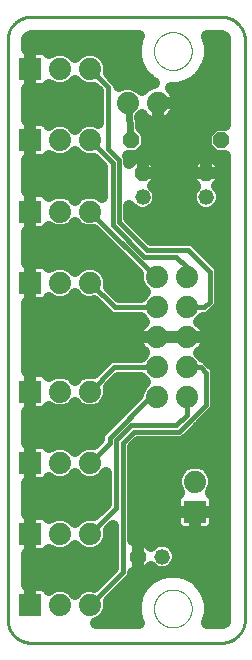
<source format=gtl>
G75*
%MOIN*%
%OFA0B0*%
%FSLAX25Y25*%
%IPPOS*%
%LPD*%
%AMOC8*
5,1,8,0,0,1.08239X$1,22.5*
%
%ADD10C,0.00000*%
%ADD11C,0.01000*%
%ADD12R,0.07400X0.07400*%
%ADD13C,0.07400*%
%ADD14OC8,0.05200*%
%ADD15C,0.05200*%
%ADD16C,0.01600*%
%ADD17C,0.04000*%
%ADD18C,0.02400*%
D10*
X0060569Y0023167D02*
X0060571Y0023325D01*
X0060577Y0023483D01*
X0060587Y0023641D01*
X0060601Y0023799D01*
X0060619Y0023956D01*
X0060640Y0024113D01*
X0060666Y0024269D01*
X0060696Y0024425D01*
X0060729Y0024580D01*
X0060767Y0024733D01*
X0060808Y0024886D01*
X0060853Y0025038D01*
X0060902Y0025189D01*
X0060955Y0025338D01*
X0061011Y0025486D01*
X0061071Y0025632D01*
X0061135Y0025777D01*
X0061203Y0025920D01*
X0061274Y0026062D01*
X0061348Y0026202D01*
X0061426Y0026339D01*
X0061508Y0026475D01*
X0061592Y0026609D01*
X0061681Y0026740D01*
X0061772Y0026869D01*
X0061867Y0026996D01*
X0061964Y0027121D01*
X0062065Y0027243D01*
X0062169Y0027362D01*
X0062276Y0027479D01*
X0062386Y0027593D01*
X0062499Y0027704D01*
X0062614Y0027813D01*
X0062732Y0027918D01*
X0062853Y0028020D01*
X0062976Y0028120D01*
X0063102Y0028216D01*
X0063230Y0028309D01*
X0063360Y0028399D01*
X0063493Y0028485D01*
X0063628Y0028569D01*
X0063764Y0028648D01*
X0063903Y0028725D01*
X0064044Y0028797D01*
X0064186Y0028867D01*
X0064330Y0028932D01*
X0064476Y0028994D01*
X0064623Y0029052D01*
X0064772Y0029107D01*
X0064922Y0029158D01*
X0065073Y0029205D01*
X0065225Y0029248D01*
X0065378Y0029287D01*
X0065533Y0029323D01*
X0065688Y0029354D01*
X0065844Y0029382D01*
X0066000Y0029406D01*
X0066157Y0029426D01*
X0066315Y0029442D01*
X0066472Y0029454D01*
X0066631Y0029462D01*
X0066789Y0029466D01*
X0066947Y0029466D01*
X0067105Y0029462D01*
X0067264Y0029454D01*
X0067421Y0029442D01*
X0067579Y0029426D01*
X0067736Y0029406D01*
X0067892Y0029382D01*
X0068048Y0029354D01*
X0068203Y0029323D01*
X0068358Y0029287D01*
X0068511Y0029248D01*
X0068663Y0029205D01*
X0068814Y0029158D01*
X0068964Y0029107D01*
X0069113Y0029052D01*
X0069260Y0028994D01*
X0069406Y0028932D01*
X0069550Y0028867D01*
X0069692Y0028797D01*
X0069833Y0028725D01*
X0069972Y0028648D01*
X0070108Y0028569D01*
X0070243Y0028485D01*
X0070376Y0028399D01*
X0070506Y0028309D01*
X0070634Y0028216D01*
X0070760Y0028120D01*
X0070883Y0028020D01*
X0071004Y0027918D01*
X0071122Y0027813D01*
X0071237Y0027704D01*
X0071350Y0027593D01*
X0071460Y0027479D01*
X0071567Y0027362D01*
X0071671Y0027243D01*
X0071772Y0027121D01*
X0071869Y0026996D01*
X0071964Y0026869D01*
X0072055Y0026740D01*
X0072144Y0026609D01*
X0072228Y0026475D01*
X0072310Y0026339D01*
X0072388Y0026202D01*
X0072462Y0026062D01*
X0072533Y0025920D01*
X0072601Y0025777D01*
X0072665Y0025632D01*
X0072725Y0025486D01*
X0072781Y0025338D01*
X0072834Y0025189D01*
X0072883Y0025038D01*
X0072928Y0024886D01*
X0072969Y0024733D01*
X0073007Y0024580D01*
X0073040Y0024425D01*
X0073070Y0024269D01*
X0073096Y0024113D01*
X0073117Y0023956D01*
X0073135Y0023799D01*
X0073149Y0023641D01*
X0073159Y0023483D01*
X0073165Y0023325D01*
X0073167Y0023167D01*
X0073165Y0023009D01*
X0073159Y0022851D01*
X0073149Y0022693D01*
X0073135Y0022535D01*
X0073117Y0022378D01*
X0073096Y0022221D01*
X0073070Y0022065D01*
X0073040Y0021909D01*
X0073007Y0021754D01*
X0072969Y0021601D01*
X0072928Y0021448D01*
X0072883Y0021296D01*
X0072834Y0021145D01*
X0072781Y0020996D01*
X0072725Y0020848D01*
X0072665Y0020702D01*
X0072601Y0020557D01*
X0072533Y0020414D01*
X0072462Y0020272D01*
X0072388Y0020132D01*
X0072310Y0019995D01*
X0072228Y0019859D01*
X0072144Y0019725D01*
X0072055Y0019594D01*
X0071964Y0019465D01*
X0071869Y0019338D01*
X0071772Y0019213D01*
X0071671Y0019091D01*
X0071567Y0018972D01*
X0071460Y0018855D01*
X0071350Y0018741D01*
X0071237Y0018630D01*
X0071122Y0018521D01*
X0071004Y0018416D01*
X0070883Y0018314D01*
X0070760Y0018214D01*
X0070634Y0018118D01*
X0070506Y0018025D01*
X0070376Y0017935D01*
X0070243Y0017849D01*
X0070108Y0017765D01*
X0069972Y0017686D01*
X0069833Y0017609D01*
X0069692Y0017537D01*
X0069550Y0017467D01*
X0069406Y0017402D01*
X0069260Y0017340D01*
X0069113Y0017282D01*
X0068964Y0017227D01*
X0068814Y0017176D01*
X0068663Y0017129D01*
X0068511Y0017086D01*
X0068358Y0017047D01*
X0068203Y0017011D01*
X0068048Y0016980D01*
X0067892Y0016952D01*
X0067736Y0016928D01*
X0067579Y0016908D01*
X0067421Y0016892D01*
X0067264Y0016880D01*
X0067105Y0016872D01*
X0066947Y0016868D01*
X0066789Y0016868D01*
X0066631Y0016872D01*
X0066472Y0016880D01*
X0066315Y0016892D01*
X0066157Y0016908D01*
X0066000Y0016928D01*
X0065844Y0016952D01*
X0065688Y0016980D01*
X0065533Y0017011D01*
X0065378Y0017047D01*
X0065225Y0017086D01*
X0065073Y0017129D01*
X0064922Y0017176D01*
X0064772Y0017227D01*
X0064623Y0017282D01*
X0064476Y0017340D01*
X0064330Y0017402D01*
X0064186Y0017467D01*
X0064044Y0017537D01*
X0063903Y0017609D01*
X0063764Y0017686D01*
X0063628Y0017765D01*
X0063493Y0017849D01*
X0063360Y0017935D01*
X0063230Y0018025D01*
X0063102Y0018118D01*
X0062976Y0018214D01*
X0062853Y0018314D01*
X0062732Y0018416D01*
X0062614Y0018521D01*
X0062499Y0018630D01*
X0062386Y0018741D01*
X0062276Y0018855D01*
X0062169Y0018972D01*
X0062065Y0019091D01*
X0061964Y0019213D01*
X0061867Y0019338D01*
X0061772Y0019465D01*
X0061681Y0019594D01*
X0061592Y0019725D01*
X0061508Y0019859D01*
X0061426Y0019995D01*
X0061348Y0020132D01*
X0061274Y0020272D01*
X0061203Y0020414D01*
X0061135Y0020557D01*
X0061071Y0020702D01*
X0061011Y0020848D01*
X0060955Y0020996D01*
X0060902Y0021145D01*
X0060853Y0021296D01*
X0060808Y0021448D01*
X0060767Y0021601D01*
X0060729Y0021754D01*
X0060696Y0021909D01*
X0060666Y0022065D01*
X0060640Y0022221D01*
X0060619Y0022378D01*
X0060601Y0022535D01*
X0060587Y0022693D01*
X0060577Y0022851D01*
X0060571Y0023009D01*
X0060569Y0023167D01*
X0060569Y0208994D02*
X0060571Y0209152D01*
X0060577Y0209310D01*
X0060587Y0209468D01*
X0060601Y0209626D01*
X0060619Y0209783D01*
X0060640Y0209940D01*
X0060666Y0210096D01*
X0060696Y0210252D01*
X0060729Y0210407D01*
X0060767Y0210560D01*
X0060808Y0210713D01*
X0060853Y0210865D01*
X0060902Y0211016D01*
X0060955Y0211165D01*
X0061011Y0211313D01*
X0061071Y0211459D01*
X0061135Y0211604D01*
X0061203Y0211747D01*
X0061274Y0211889D01*
X0061348Y0212029D01*
X0061426Y0212166D01*
X0061508Y0212302D01*
X0061592Y0212436D01*
X0061681Y0212567D01*
X0061772Y0212696D01*
X0061867Y0212823D01*
X0061964Y0212948D01*
X0062065Y0213070D01*
X0062169Y0213189D01*
X0062276Y0213306D01*
X0062386Y0213420D01*
X0062499Y0213531D01*
X0062614Y0213640D01*
X0062732Y0213745D01*
X0062853Y0213847D01*
X0062976Y0213947D01*
X0063102Y0214043D01*
X0063230Y0214136D01*
X0063360Y0214226D01*
X0063493Y0214312D01*
X0063628Y0214396D01*
X0063764Y0214475D01*
X0063903Y0214552D01*
X0064044Y0214624D01*
X0064186Y0214694D01*
X0064330Y0214759D01*
X0064476Y0214821D01*
X0064623Y0214879D01*
X0064772Y0214934D01*
X0064922Y0214985D01*
X0065073Y0215032D01*
X0065225Y0215075D01*
X0065378Y0215114D01*
X0065533Y0215150D01*
X0065688Y0215181D01*
X0065844Y0215209D01*
X0066000Y0215233D01*
X0066157Y0215253D01*
X0066315Y0215269D01*
X0066472Y0215281D01*
X0066631Y0215289D01*
X0066789Y0215293D01*
X0066947Y0215293D01*
X0067105Y0215289D01*
X0067264Y0215281D01*
X0067421Y0215269D01*
X0067579Y0215253D01*
X0067736Y0215233D01*
X0067892Y0215209D01*
X0068048Y0215181D01*
X0068203Y0215150D01*
X0068358Y0215114D01*
X0068511Y0215075D01*
X0068663Y0215032D01*
X0068814Y0214985D01*
X0068964Y0214934D01*
X0069113Y0214879D01*
X0069260Y0214821D01*
X0069406Y0214759D01*
X0069550Y0214694D01*
X0069692Y0214624D01*
X0069833Y0214552D01*
X0069972Y0214475D01*
X0070108Y0214396D01*
X0070243Y0214312D01*
X0070376Y0214226D01*
X0070506Y0214136D01*
X0070634Y0214043D01*
X0070760Y0213947D01*
X0070883Y0213847D01*
X0071004Y0213745D01*
X0071122Y0213640D01*
X0071237Y0213531D01*
X0071350Y0213420D01*
X0071460Y0213306D01*
X0071567Y0213189D01*
X0071671Y0213070D01*
X0071772Y0212948D01*
X0071869Y0212823D01*
X0071964Y0212696D01*
X0072055Y0212567D01*
X0072144Y0212436D01*
X0072228Y0212302D01*
X0072310Y0212166D01*
X0072388Y0212029D01*
X0072462Y0211889D01*
X0072533Y0211747D01*
X0072601Y0211604D01*
X0072665Y0211459D01*
X0072725Y0211313D01*
X0072781Y0211165D01*
X0072834Y0211016D01*
X0072883Y0210865D01*
X0072928Y0210713D01*
X0072969Y0210560D01*
X0073007Y0210407D01*
X0073040Y0210252D01*
X0073070Y0210096D01*
X0073096Y0209940D01*
X0073117Y0209783D01*
X0073135Y0209626D01*
X0073149Y0209468D01*
X0073159Y0209310D01*
X0073165Y0209152D01*
X0073167Y0208994D01*
X0073165Y0208836D01*
X0073159Y0208678D01*
X0073149Y0208520D01*
X0073135Y0208362D01*
X0073117Y0208205D01*
X0073096Y0208048D01*
X0073070Y0207892D01*
X0073040Y0207736D01*
X0073007Y0207581D01*
X0072969Y0207428D01*
X0072928Y0207275D01*
X0072883Y0207123D01*
X0072834Y0206972D01*
X0072781Y0206823D01*
X0072725Y0206675D01*
X0072665Y0206529D01*
X0072601Y0206384D01*
X0072533Y0206241D01*
X0072462Y0206099D01*
X0072388Y0205959D01*
X0072310Y0205822D01*
X0072228Y0205686D01*
X0072144Y0205552D01*
X0072055Y0205421D01*
X0071964Y0205292D01*
X0071869Y0205165D01*
X0071772Y0205040D01*
X0071671Y0204918D01*
X0071567Y0204799D01*
X0071460Y0204682D01*
X0071350Y0204568D01*
X0071237Y0204457D01*
X0071122Y0204348D01*
X0071004Y0204243D01*
X0070883Y0204141D01*
X0070760Y0204041D01*
X0070634Y0203945D01*
X0070506Y0203852D01*
X0070376Y0203762D01*
X0070243Y0203676D01*
X0070108Y0203592D01*
X0069972Y0203513D01*
X0069833Y0203436D01*
X0069692Y0203364D01*
X0069550Y0203294D01*
X0069406Y0203229D01*
X0069260Y0203167D01*
X0069113Y0203109D01*
X0068964Y0203054D01*
X0068814Y0203003D01*
X0068663Y0202956D01*
X0068511Y0202913D01*
X0068358Y0202874D01*
X0068203Y0202838D01*
X0068048Y0202807D01*
X0067892Y0202779D01*
X0067736Y0202755D01*
X0067579Y0202735D01*
X0067421Y0202719D01*
X0067264Y0202707D01*
X0067105Y0202699D01*
X0066947Y0202695D01*
X0066789Y0202695D01*
X0066631Y0202699D01*
X0066472Y0202707D01*
X0066315Y0202719D01*
X0066157Y0202735D01*
X0066000Y0202755D01*
X0065844Y0202779D01*
X0065688Y0202807D01*
X0065533Y0202838D01*
X0065378Y0202874D01*
X0065225Y0202913D01*
X0065073Y0202956D01*
X0064922Y0203003D01*
X0064772Y0203054D01*
X0064623Y0203109D01*
X0064476Y0203167D01*
X0064330Y0203229D01*
X0064186Y0203294D01*
X0064044Y0203364D01*
X0063903Y0203436D01*
X0063764Y0203513D01*
X0063628Y0203592D01*
X0063493Y0203676D01*
X0063360Y0203762D01*
X0063230Y0203852D01*
X0063102Y0203945D01*
X0062976Y0204041D01*
X0062853Y0204141D01*
X0062732Y0204243D01*
X0062614Y0204348D01*
X0062499Y0204457D01*
X0062386Y0204568D01*
X0062276Y0204682D01*
X0062169Y0204799D01*
X0062065Y0204918D01*
X0061964Y0205040D01*
X0061867Y0205165D01*
X0061772Y0205292D01*
X0061681Y0205421D01*
X0061592Y0205552D01*
X0061508Y0205686D01*
X0061426Y0205822D01*
X0061348Y0205959D01*
X0061274Y0206099D01*
X0061203Y0206241D01*
X0061135Y0206384D01*
X0061071Y0206529D01*
X0061011Y0206675D01*
X0060955Y0206823D01*
X0060902Y0206972D01*
X0060853Y0207123D01*
X0060808Y0207275D01*
X0060767Y0207428D01*
X0060729Y0207581D01*
X0060696Y0207736D01*
X0060666Y0207892D01*
X0060640Y0208048D01*
X0060619Y0208205D01*
X0060601Y0208362D01*
X0060587Y0208520D01*
X0060577Y0208678D01*
X0060571Y0208836D01*
X0060569Y0208994D01*
D11*
X0011750Y0212537D02*
X0011750Y0019624D01*
X0011752Y0019434D01*
X0011759Y0019244D01*
X0011771Y0019054D01*
X0011787Y0018864D01*
X0011807Y0018675D01*
X0011833Y0018486D01*
X0011862Y0018298D01*
X0011897Y0018111D01*
X0011936Y0017925D01*
X0011979Y0017740D01*
X0012027Y0017555D01*
X0012079Y0017372D01*
X0012135Y0017191D01*
X0012196Y0017011D01*
X0012262Y0016832D01*
X0012331Y0016655D01*
X0012405Y0016479D01*
X0012483Y0016306D01*
X0012566Y0016134D01*
X0012652Y0015965D01*
X0012742Y0015797D01*
X0012837Y0015632D01*
X0012935Y0015469D01*
X0013038Y0015309D01*
X0013144Y0015151D01*
X0013254Y0014996D01*
X0013367Y0014843D01*
X0013485Y0014693D01*
X0013606Y0014547D01*
X0013730Y0014403D01*
X0013858Y0014262D01*
X0013989Y0014124D01*
X0014124Y0013989D01*
X0014262Y0013858D01*
X0014403Y0013730D01*
X0014547Y0013606D01*
X0014693Y0013485D01*
X0014843Y0013367D01*
X0014996Y0013254D01*
X0015151Y0013144D01*
X0015309Y0013038D01*
X0015469Y0012935D01*
X0015632Y0012837D01*
X0015797Y0012742D01*
X0015965Y0012652D01*
X0016134Y0012566D01*
X0016306Y0012483D01*
X0016479Y0012405D01*
X0016655Y0012331D01*
X0016832Y0012262D01*
X0017011Y0012196D01*
X0017191Y0012135D01*
X0017372Y0012079D01*
X0017555Y0012027D01*
X0017740Y0011979D01*
X0017925Y0011936D01*
X0018111Y0011897D01*
X0018298Y0011862D01*
X0018486Y0011833D01*
X0018675Y0011807D01*
X0018864Y0011787D01*
X0019054Y0011771D01*
X0019244Y0011759D01*
X0019434Y0011752D01*
X0019624Y0011750D01*
X0082990Y0011750D01*
X0083180Y0011752D01*
X0083370Y0011759D01*
X0083560Y0011771D01*
X0083750Y0011787D01*
X0083939Y0011807D01*
X0084128Y0011833D01*
X0084316Y0011862D01*
X0084503Y0011897D01*
X0084689Y0011936D01*
X0084874Y0011979D01*
X0085059Y0012027D01*
X0085242Y0012079D01*
X0085423Y0012135D01*
X0085603Y0012196D01*
X0085782Y0012262D01*
X0085959Y0012331D01*
X0086135Y0012405D01*
X0086308Y0012483D01*
X0086480Y0012566D01*
X0086649Y0012652D01*
X0086817Y0012742D01*
X0086982Y0012837D01*
X0087145Y0012935D01*
X0087305Y0013038D01*
X0087463Y0013144D01*
X0087618Y0013254D01*
X0087771Y0013367D01*
X0087921Y0013485D01*
X0088067Y0013606D01*
X0088211Y0013730D01*
X0088352Y0013858D01*
X0088490Y0013989D01*
X0088625Y0014124D01*
X0088756Y0014262D01*
X0088884Y0014403D01*
X0089008Y0014547D01*
X0089129Y0014693D01*
X0089247Y0014843D01*
X0089360Y0014996D01*
X0089470Y0015151D01*
X0089576Y0015309D01*
X0089679Y0015469D01*
X0089777Y0015632D01*
X0089872Y0015797D01*
X0089962Y0015965D01*
X0090048Y0016134D01*
X0090131Y0016306D01*
X0090209Y0016479D01*
X0090283Y0016655D01*
X0090352Y0016832D01*
X0090418Y0017011D01*
X0090479Y0017191D01*
X0090535Y0017372D01*
X0090587Y0017555D01*
X0090635Y0017740D01*
X0090678Y0017925D01*
X0090717Y0018111D01*
X0090752Y0018298D01*
X0090781Y0018486D01*
X0090807Y0018675D01*
X0090827Y0018864D01*
X0090843Y0019054D01*
X0090855Y0019244D01*
X0090862Y0019434D01*
X0090864Y0019624D01*
X0090864Y0212537D01*
X0090862Y0212727D01*
X0090855Y0212917D01*
X0090843Y0213107D01*
X0090827Y0213297D01*
X0090807Y0213486D01*
X0090781Y0213675D01*
X0090752Y0213863D01*
X0090717Y0214050D01*
X0090678Y0214236D01*
X0090635Y0214421D01*
X0090587Y0214606D01*
X0090535Y0214789D01*
X0090479Y0214970D01*
X0090418Y0215150D01*
X0090352Y0215329D01*
X0090283Y0215506D01*
X0090209Y0215682D01*
X0090131Y0215855D01*
X0090048Y0216027D01*
X0089962Y0216196D01*
X0089872Y0216364D01*
X0089777Y0216529D01*
X0089679Y0216692D01*
X0089576Y0216852D01*
X0089470Y0217010D01*
X0089360Y0217165D01*
X0089247Y0217318D01*
X0089129Y0217468D01*
X0089008Y0217614D01*
X0088884Y0217758D01*
X0088756Y0217899D01*
X0088625Y0218037D01*
X0088490Y0218172D01*
X0088352Y0218303D01*
X0088211Y0218431D01*
X0088067Y0218555D01*
X0087921Y0218676D01*
X0087771Y0218794D01*
X0087618Y0218907D01*
X0087463Y0219017D01*
X0087305Y0219123D01*
X0087145Y0219226D01*
X0086982Y0219324D01*
X0086817Y0219419D01*
X0086649Y0219509D01*
X0086480Y0219595D01*
X0086308Y0219678D01*
X0086135Y0219756D01*
X0085959Y0219830D01*
X0085782Y0219899D01*
X0085603Y0219965D01*
X0085423Y0220026D01*
X0085242Y0220082D01*
X0085059Y0220134D01*
X0084874Y0220182D01*
X0084689Y0220225D01*
X0084503Y0220264D01*
X0084316Y0220299D01*
X0084128Y0220328D01*
X0083939Y0220354D01*
X0083750Y0220374D01*
X0083560Y0220390D01*
X0083370Y0220402D01*
X0083180Y0220409D01*
X0082990Y0220411D01*
X0019624Y0220411D01*
X0019434Y0220409D01*
X0019244Y0220402D01*
X0019054Y0220390D01*
X0018864Y0220374D01*
X0018675Y0220354D01*
X0018486Y0220328D01*
X0018298Y0220299D01*
X0018111Y0220264D01*
X0017925Y0220225D01*
X0017740Y0220182D01*
X0017555Y0220134D01*
X0017372Y0220082D01*
X0017191Y0220026D01*
X0017011Y0219965D01*
X0016832Y0219899D01*
X0016655Y0219830D01*
X0016479Y0219756D01*
X0016306Y0219678D01*
X0016134Y0219595D01*
X0015965Y0219509D01*
X0015797Y0219419D01*
X0015632Y0219324D01*
X0015469Y0219226D01*
X0015309Y0219123D01*
X0015151Y0219017D01*
X0014996Y0218907D01*
X0014843Y0218794D01*
X0014693Y0218676D01*
X0014547Y0218555D01*
X0014403Y0218431D01*
X0014262Y0218303D01*
X0014124Y0218172D01*
X0013989Y0218037D01*
X0013858Y0217899D01*
X0013730Y0217758D01*
X0013606Y0217614D01*
X0013485Y0217468D01*
X0013367Y0217318D01*
X0013254Y0217165D01*
X0013144Y0217010D01*
X0013038Y0216852D01*
X0012935Y0216692D01*
X0012837Y0216529D01*
X0012742Y0216364D01*
X0012652Y0216196D01*
X0012566Y0216027D01*
X0012483Y0215855D01*
X0012405Y0215682D01*
X0012331Y0215506D01*
X0012262Y0215329D01*
X0012196Y0215150D01*
X0012135Y0214970D01*
X0012079Y0214789D01*
X0012027Y0214606D01*
X0011979Y0214421D01*
X0011936Y0214236D01*
X0011897Y0214050D01*
X0011862Y0213863D01*
X0011833Y0213675D01*
X0011807Y0213486D01*
X0011787Y0213297D01*
X0011771Y0213107D01*
X0011759Y0212917D01*
X0011752Y0212727D01*
X0011750Y0212537D01*
D12*
X0019250Y0203002D03*
X0019250Y0179252D03*
X0019250Y0155502D03*
X0019250Y0131752D03*
X0019250Y0095502D03*
X0019250Y0071752D03*
X0019250Y0048002D03*
X0019250Y0024252D03*
X0074250Y0055500D03*
D13*
X0074250Y0065500D03*
X0071537Y0093569D03*
X0071537Y0103569D03*
X0071537Y0113569D03*
X0071537Y0123569D03*
X0071537Y0133569D03*
X0061537Y0133569D03*
X0061537Y0123569D03*
X0061537Y0113569D03*
X0061537Y0103569D03*
X0061537Y0093569D03*
X0039250Y0095502D03*
X0029250Y0095502D03*
X0029250Y0071752D03*
X0039250Y0071752D03*
X0039250Y0048002D03*
X0029250Y0048002D03*
X0029250Y0024252D03*
X0039250Y0024252D03*
X0039250Y0131752D03*
X0029250Y0131752D03*
X0029250Y0155502D03*
X0039250Y0155502D03*
X0039250Y0179252D03*
X0029250Y0179252D03*
X0029250Y0203002D03*
X0039250Y0203002D03*
X0051750Y0191750D03*
X0061750Y0191750D03*
D14*
X0053000Y0179250D03*
X0056748Y0168250D03*
X0077998Y0168250D03*
X0083000Y0179250D03*
X0055248Y0040500D03*
D15*
X0063248Y0040500D03*
X0056748Y0160250D03*
X0077998Y0160250D03*
D16*
X0072050Y0142700D02*
X0058275Y0142700D01*
X0048950Y0152025D01*
X0048950Y0172663D01*
X0045400Y0176213D01*
X0045400Y0196852D01*
X0039250Y0203002D01*
X0039250Y0179252D02*
X0046750Y0171752D01*
X0046750Y0151113D01*
X0057363Y0140500D01*
X0068000Y0140500D01*
X0071537Y0136963D01*
X0071537Y0133569D01*
X0079250Y0135500D02*
X0072050Y0142700D01*
X0079250Y0135500D02*
X0079250Y0125500D01*
X0077319Y0123569D01*
X0071537Y0123569D01*
X0061537Y0123569D02*
X0047433Y0123569D01*
X0039250Y0131752D01*
X0061183Y0133569D02*
X0039250Y0155502D01*
X0061183Y0133569D02*
X0061537Y0133569D01*
X0061537Y0103569D02*
X0047317Y0103569D01*
X0039250Y0095502D01*
X0045800Y0080161D02*
X0059208Y0093569D01*
X0061537Y0093569D01*
X0068000Y0084250D02*
X0071537Y0087787D01*
X0071537Y0093569D01*
X0068000Y0084250D02*
X0053000Y0084250D01*
X0048000Y0079250D01*
X0048000Y0056752D01*
X0039250Y0048002D01*
X0050200Y0035202D02*
X0050200Y0078339D01*
X0053911Y0082050D01*
X0068911Y0082050D01*
X0078000Y0091139D01*
X0078000Y0101750D01*
X0076181Y0103569D01*
X0071537Y0103569D01*
X0045800Y0080161D02*
X0045800Y0078302D01*
X0039250Y0071752D01*
X0050200Y0035202D02*
X0039250Y0024252D01*
D17*
X0041223Y0018250D02*
X0042819Y0018911D01*
X0044591Y0020683D01*
X0045550Y0022999D01*
X0045550Y0025505D01*
X0045480Y0025674D01*
X0052126Y0032320D01*
X0053082Y0033276D01*
X0053600Y0034526D01*
X0053600Y0034900D01*
X0055248Y0034900D01*
X0055248Y0040500D01*
X0055248Y0046100D01*
X0053600Y0046100D01*
X0053600Y0076930D01*
X0055320Y0078650D01*
X0069588Y0078650D01*
X0070837Y0079168D01*
X0080882Y0089213D01*
X0081400Y0090462D01*
X0081400Y0102426D01*
X0080882Y0103676D01*
X0079063Y0105495D01*
X0078107Y0106451D01*
X0076967Y0106924D01*
X0076878Y0107138D01*
X0075699Y0108317D01*
X0075964Y0108521D01*
X0076586Y0109142D01*
X0077120Y0109839D01*
X0077559Y0110599D01*
X0077895Y0111411D01*
X0078123Y0112259D01*
X0078237Y0113130D01*
X0078237Y0113569D01*
X0078237Y0114008D01*
X0078123Y0114879D01*
X0077895Y0115727D01*
X0077559Y0116539D01*
X0077120Y0117299D01*
X0076586Y0117996D01*
X0075964Y0118617D01*
X0075699Y0118821D01*
X0076878Y0120000D01*
X0076948Y0120169D01*
X0077995Y0120169D01*
X0079245Y0120687D01*
X0080201Y0121643D01*
X0082132Y0123574D01*
X0082650Y0124824D01*
X0082650Y0136176D01*
X0082132Y0137426D01*
X0081176Y0138382D01*
X0074932Y0144626D01*
X0073976Y0145582D01*
X0072726Y0146100D01*
X0059683Y0146100D01*
X0052350Y0153433D01*
X0052350Y0157294D01*
X0053802Y0155842D01*
X0055714Y0155050D01*
X0057782Y0155050D01*
X0059694Y0155842D01*
X0061156Y0157304D01*
X0061948Y0159216D01*
X0061948Y0161284D01*
X0061156Y0163196D01*
X0060385Y0163967D01*
X0062348Y0165930D01*
X0062348Y0168250D01*
X0062348Y0170570D01*
X0059068Y0173850D01*
X0056748Y0173850D01*
X0054428Y0173850D01*
X0052350Y0171772D01*
X0052350Y0173340D01*
X0052056Y0174050D01*
X0055154Y0174050D01*
X0058200Y0177096D01*
X0058200Y0181404D01*
X0056426Y0183178D01*
X0056032Y0187122D01*
X0056498Y0187589D01*
X0056702Y0187323D01*
X0057323Y0186702D01*
X0058020Y0186167D01*
X0058780Y0185728D01*
X0059592Y0185392D01*
X0060440Y0185165D01*
X0061311Y0185050D01*
X0061750Y0185050D01*
X0062189Y0185050D01*
X0063060Y0185165D01*
X0063908Y0185392D01*
X0064720Y0185728D01*
X0065480Y0186167D01*
X0066177Y0186702D01*
X0066798Y0187323D01*
X0067333Y0188020D01*
X0067772Y0188780D01*
X0068108Y0189592D01*
X0068335Y0190440D01*
X0068450Y0191311D01*
X0068450Y0191750D01*
X0068450Y0192189D01*
X0068335Y0193060D01*
X0068108Y0193908D01*
X0067772Y0194720D01*
X0067333Y0195480D01*
X0066798Y0196177D01*
X0066280Y0196695D01*
X0068487Y0196695D01*
X0071615Y0197533D01*
X0074420Y0199152D01*
X0076710Y0201442D01*
X0078329Y0204247D01*
X0079167Y0207375D01*
X0079167Y0210613D01*
X0078329Y0213741D01*
X0078231Y0213911D01*
X0082990Y0213911D01*
X0083169Y0213900D01*
X0083516Y0213807D01*
X0083827Y0213627D01*
X0084080Y0213374D01*
X0084260Y0213063D01*
X0084352Y0212717D01*
X0084364Y0212537D01*
X0084364Y0184450D01*
X0080846Y0184450D01*
X0077800Y0181404D01*
X0077800Y0177096D01*
X0080846Y0174050D01*
X0084364Y0174050D01*
X0084364Y0019624D01*
X0084352Y0019445D01*
X0084260Y0019098D01*
X0084080Y0018788D01*
X0083827Y0018534D01*
X0083516Y0018355D01*
X0083169Y0018262D01*
X0082990Y0018250D01*
X0078231Y0018250D01*
X0078329Y0018420D01*
X0079167Y0021548D01*
X0079167Y0024787D01*
X0078329Y0027915D01*
X0076710Y0030719D01*
X0074420Y0033009D01*
X0071615Y0034628D01*
X0068487Y0035467D01*
X0065249Y0035467D01*
X0062121Y0034628D01*
X0059316Y0033009D01*
X0057026Y0030719D01*
X0055407Y0027915D01*
X0054569Y0024787D01*
X0054569Y0021548D01*
X0055407Y0018420D01*
X0055505Y0018250D01*
X0041223Y0018250D01*
X0043655Y0019747D02*
X0055051Y0019747D01*
X0054569Y0023746D02*
X0045550Y0023746D01*
X0047550Y0027744D02*
X0055361Y0027744D01*
X0058050Y0031743D02*
X0051549Y0031743D01*
X0055248Y0034900D02*
X0055248Y0040500D01*
X0055248Y0040500D01*
X0055248Y0040500D01*
X0055248Y0046100D01*
X0057568Y0046100D01*
X0059531Y0044137D01*
X0060302Y0044908D01*
X0062214Y0045700D01*
X0064282Y0045700D01*
X0066194Y0044908D01*
X0067656Y0043446D01*
X0068448Y0041534D01*
X0068448Y0039466D01*
X0067656Y0037554D01*
X0066194Y0036092D01*
X0064282Y0035300D01*
X0062214Y0035300D01*
X0060302Y0036092D01*
X0059531Y0036863D01*
X0057568Y0034900D01*
X0055248Y0034900D01*
X0055248Y0035741D02*
X0055248Y0035741D01*
X0055248Y0039740D02*
X0055248Y0039740D01*
X0055248Y0043738D02*
X0055248Y0043738D01*
X0053600Y0047737D02*
X0084364Y0047737D01*
X0084364Y0051735D02*
X0080950Y0051735D01*
X0080950Y0051505D02*
X0080950Y0055500D01*
X0080950Y0059495D01*
X0080835Y0060075D01*
X0080609Y0060621D01*
X0080280Y0061112D01*
X0079862Y0061530D01*
X0079459Y0061800D01*
X0079591Y0061931D01*
X0080550Y0064247D01*
X0080550Y0066753D01*
X0079591Y0069069D01*
X0077819Y0070841D01*
X0075503Y0071800D01*
X0072997Y0071800D01*
X0070681Y0070841D01*
X0068909Y0069069D01*
X0067950Y0066753D01*
X0067950Y0064247D01*
X0068909Y0061931D01*
X0069041Y0061800D01*
X0068638Y0061530D01*
X0068220Y0061112D01*
X0067891Y0060621D01*
X0067665Y0060075D01*
X0067550Y0059495D01*
X0067550Y0055500D01*
X0074250Y0055500D01*
X0080950Y0055500D01*
X0074250Y0055500D01*
X0074250Y0055500D01*
X0074250Y0048800D01*
X0078245Y0048800D01*
X0078825Y0048915D01*
X0079371Y0049141D01*
X0079862Y0049470D01*
X0080280Y0049888D01*
X0080609Y0050379D01*
X0080835Y0050925D01*
X0080950Y0051505D01*
X0080950Y0055734D02*
X0084364Y0055734D01*
X0084364Y0059732D02*
X0080903Y0059732D01*
X0080336Y0063731D02*
X0084364Y0063731D01*
X0084364Y0067729D02*
X0080146Y0067729D01*
X0084364Y0071728D02*
X0075678Y0071728D01*
X0072822Y0071728D02*
X0053600Y0071728D01*
X0053600Y0075726D02*
X0084364Y0075726D01*
X0084364Y0079725D02*
X0071394Y0079725D01*
X0075393Y0083723D02*
X0084364Y0083723D01*
X0084364Y0087722D02*
X0079391Y0087722D01*
X0081400Y0091720D02*
X0084364Y0091720D01*
X0084364Y0095719D02*
X0081400Y0095719D01*
X0081400Y0099717D02*
X0084364Y0099717D01*
X0084364Y0103716D02*
X0080843Y0103716D01*
X0084364Y0107714D02*
X0076302Y0107714D01*
X0077976Y0111713D02*
X0084364Y0111713D01*
X0084364Y0115711D02*
X0077900Y0115711D01*
X0078237Y0113569D02*
X0071538Y0113569D01*
X0071538Y0113569D01*
X0078237Y0113569D01*
X0076588Y0119710D02*
X0084364Y0119710D01*
X0084364Y0123708D02*
X0082188Y0123708D01*
X0082650Y0127707D02*
X0084364Y0127707D01*
X0084364Y0131705D02*
X0082650Y0131705D01*
X0082650Y0135704D02*
X0084364Y0135704D01*
X0084364Y0139702D02*
X0079856Y0139702D01*
X0075857Y0143701D02*
X0084364Y0143701D01*
X0084364Y0147699D02*
X0058083Y0147699D01*
X0059343Y0155696D02*
X0075403Y0155696D01*
X0075052Y0155842D02*
X0076964Y0155050D01*
X0079032Y0155050D01*
X0080944Y0155842D01*
X0082406Y0157304D01*
X0083198Y0159216D01*
X0083198Y0161284D01*
X0082406Y0163196D01*
X0081635Y0163967D01*
X0083598Y0165930D01*
X0083598Y0168250D01*
X0083598Y0170570D01*
X0080318Y0173850D01*
X0077998Y0173850D01*
X0075678Y0173850D01*
X0072398Y0170570D01*
X0072398Y0168250D01*
X0077998Y0168250D01*
X0077998Y0168250D01*
X0072398Y0168250D01*
X0072398Y0165930D01*
X0074361Y0163967D01*
X0073590Y0163196D01*
X0072798Y0161284D01*
X0072798Y0159216D01*
X0073590Y0157304D01*
X0075052Y0155842D01*
X0072798Y0159695D02*
X0061948Y0159695D01*
X0060659Y0163693D02*
X0074088Y0163693D01*
X0072398Y0167692D02*
X0062348Y0167692D01*
X0062348Y0168250D02*
X0056748Y0168250D01*
X0056748Y0173850D01*
X0056748Y0168250D01*
X0056748Y0168250D01*
X0062348Y0168250D01*
X0061227Y0171690D02*
X0073519Y0171690D01*
X0077998Y0171690D02*
X0077998Y0171690D01*
X0077998Y0173850D02*
X0077998Y0168250D01*
X0077998Y0168250D01*
X0077998Y0173850D01*
X0079207Y0175689D02*
X0056793Y0175689D01*
X0056748Y0171690D02*
X0056748Y0171690D01*
X0056748Y0168250D02*
X0056748Y0168250D01*
X0058200Y0179687D02*
X0077800Y0179687D01*
X0080082Y0183686D02*
X0056375Y0183686D01*
X0061750Y0185050D02*
X0061750Y0191750D01*
X0068450Y0191750D01*
X0061750Y0191750D01*
X0061750Y0191750D01*
X0061750Y0185050D01*
X0061750Y0187684D02*
X0061750Y0187684D01*
X0061750Y0191683D02*
X0061750Y0191683D01*
X0061750Y0191750D02*
X0061750Y0191750D01*
X0060677Y0198367D02*
X0060440Y0198335D01*
X0059592Y0198108D01*
X0058780Y0197772D01*
X0058020Y0197333D01*
X0057323Y0196798D01*
X0056702Y0196177D01*
X0056498Y0195911D01*
X0055319Y0197091D01*
X0053003Y0198050D01*
X0050497Y0198050D01*
X0048800Y0197347D01*
X0048800Y0197528D01*
X0048282Y0198778D01*
X0047326Y0199734D01*
X0045480Y0201580D01*
X0045550Y0201749D01*
X0045550Y0204255D01*
X0044591Y0206571D01*
X0042819Y0208343D01*
X0040503Y0209302D01*
X0037997Y0209302D01*
X0035681Y0208343D01*
X0034250Y0206911D01*
X0032819Y0208343D01*
X0030503Y0209302D01*
X0027997Y0209302D01*
X0025681Y0208343D01*
X0025550Y0208211D01*
X0025280Y0208614D01*
X0024862Y0209032D01*
X0024371Y0209361D01*
X0023825Y0209587D01*
X0023245Y0209702D01*
X0019250Y0209702D01*
X0019250Y0203002D01*
X0019250Y0203002D01*
X0019250Y0209702D01*
X0018250Y0209702D01*
X0018250Y0212537D01*
X0018262Y0212717D01*
X0018355Y0213063D01*
X0018534Y0213374D01*
X0018788Y0213627D01*
X0019098Y0213807D01*
X0019445Y0213900D01*
X0019624Y0213911D01*
X0055505Y0213911D01*
X0055407Y0213741D01*
X0054569Y0210613D01*
X0054569Y0207375D01*
X0055407Y0204247D01*
X0057026Y0201442D01*
X0059316Y0199152D01*
X0060677Y0198367D01*
X0058788Y0199680D02*
X0047380Y0199680D01*
X0045550Y0203679D02*
X0055735Y0203679D01*
X0054569Y0207677D02*
X0043484Y0207677D01*
X0040672Y0196772D02*
X0042000Y0195444D01*
X0042000Y0184932D01*
X0040503Y0185552D01*
X0037997Y0185552D01*
X0035681Y0184593D01*
X0034250Y0183161D01*
X0032819Y0184593D01*
X0030503Y0185552D01*
X0027997Y0185552D01*
X0025681Y0184593D01*
X0025550Y0184461D01*
X0025280Y0184864D01*
X0024862Y0185282D01*
X0024371Y0185611D01*
X0023825Y0185837D01*
X0023245Y0185952D01*
X0019250Y0185952D01*
X0019250Y0179252D01*
X0019250Y0179252D01*
X0019250Y0185952D01*
X0018250Y0185952D01*
X0018250Y0196302D01*
X0019250Y0196302D01*
X0023245Y0196302D01*
X0023825Y0196417D01*
X0024371Y0196643D01*
X0024862Y0196972D01*
X0025280Y0197390D01*
X0025550Y0197793D01*
X0025681Y0197661D01*
X0027997Y0196702D01*
X0030503Y0196702D01*
X0032819Y0197661D01*
X0034250Y0199092D01*
X0035681Y0197661D01*
X0037997Y0196702D01*
X0040503Y0196702D01*
X0040672Y0196772D01*
X0041762Y0195682D02*
X0018250Y0195682D01*
X0019250Y0196302D02*
X0019250Y0203002D01*
X0019250Y0196302D01*
X0019250Y0199680D02*
X0019250Y0199680D01*
X0019250Y0203002D02*
X0019250Y0203002D01*
X0019250Y0203679D02*
X0019250Y0203679D01*
X0019250Y0207677D02*
X0019250Y0207677D01*
X0018250Y0211676D02*
X0054854Y0211676D01*
X0067178Y0195682D02*
X0084364Y0195682D01*
X0084364Y0199680D02*
X0074948Y0199680D01*
X0078001Y0203679D02*
X0084364Y0203679D01*
X0084364Y0207677D02*
X0079167Y0207677D01*
X0078883Y0211676D02*
X0084364Y0211676D01*
X0084364Y0191683D02*
X0068450Y0191683D01*
X0067076Y0187684D02*
X0084364Y0187684D01*
X0084364Y0171690D02*
X0082477Y0171690D01*
X0083598Y0168250D02*
X0077998Y0168250D01*
X0077998Y0168250D01*
X0083598Y0168250D01*
X0083598Y0167692D02*
X0084364Y0167692D01*
X0084364Y0163693D02*
X0081909Y0163693D01*
X0083198Y0159695D02*
X0084364Y0159695D01*
X0084364Y0155696D02*
X0080593Y0155696D01*
X0084364Y0151698D02*
X0054085Y0151698D01*
X0054153Y0155696D02*
X0052350Y0155696D01*
X0046243Y0143701D02*
X0018250Y0143701D01*
X0018250Y0147699D02*
X0042244Y0147699D01*
X0040672Y0149272D02*
X0055237Y0134706D01*
X0055237Y0132316D01*
X0056197Y0130000D01*
X0057628Y0128569D01*
X0056197Y0127138D01*
X0056127Y0126969D01*
X0048841Y0126969D01*
X0045480Y0130330D01*
X0045550Y0130499D01*
X0045550Y0133005D01*
X0044591Y0135321D01*
X0042819Y0137093D01*
X0040503Y0138052D01*
X0037997Y0138052D01*
X0035681Y0137093D01*
X0034250Y0135661D01*
X0032819Y0137093D01*
X0030503Y0138052D01*
X0027997Y0138052D01*
X0025681Y0137093D01*
X0025550Y0136961D01*
X0025280Y0137364D01*
X0024862Y0137782D01*
X0024371Y0138111D01*
X0023825Y0138337D01*
X0023245Y0138452D01*
X0019250Y0138452D01*
X0019250Y0131752D01*
X0019250Y0131752D01*
X0019250Y0138452D01*
X0018250Y0138452D01*
X0018250Y0148802D01*
X0019250Y0148802D01*
X0023245Y0148802D01*
X0023825Y0148917D01*
X0024371Y0149143D01*
X0024862Y0149472D01*
X0025280Y0149890D01*
X0025550Y0150293D01*
X0025681Y0150161D01*
X0027997Y0149202D01*
X0030503Y0149202D01*
X0032819Y0150161D01*
X0034250Y0151592D01*
X0035681Y0150161D01*
X0037997Y0149202D01*
X0040503Y0149202D01*
X0040672Y0149272D01*
X0043350Y0160311D02*
X0042819Y0160843D01*
X0040503Y0161802D01*
X0037997Y0161802D01*
X0035681Y0160843D01*
X0034250Y0159411D01*
X0032819Y0160843D01*
X0030503Y0161802D01*
X0027997Y0161802D01*
X0025681Y0160843D01*
X0025550Y0160711D01*
X0025280Y0161114D01*
X0024862Y0161532D01*
X0024371Y0161861D01*
X0023825Y0162087D01*
X0023245Y0162202D01*
X0019250Y0162202D01*
X0019250Y0155502D01*
X0019250Y0155502D01*
X0019250Y0162202D01*
X0018250Y0162202D01*
X0018250Y0172552D01*
X0019250Y0172552D01*
X0023245Y0172552D01*
X0023825Y0172667D01*
X0024371Y0172893D01*
X0024862Y0173222D01*
X0025280Y0173640D01*
X0025550Y0174043D01*
X0025681Y0173911D01*
X0027997Y0172952D01*
X0030503Y0172952D01*
X0032819Y0173911D01*
X0034250Y0175342D01*
X0035681Y0173911D01*
X0037997Y0172952D01*
X0040503Y0172952D01*
X0040672Y0173022D01*
X0043350Y0170344D01*
X0043350Y0160311D01*
X0043350Y0163693D02*
X0018250Y0163693D01*
X0018250Y0167692D02*
X0043350Y0167692D01*
X0042003Y0171690D02*
X0018250Y0171690D01*
X0019250Y0172552D02*
X0019250Y0179252D01*
X0019250Y0172552D01*
X0019250Y0175689D02*
X0019250Y0175689D01*
X0019250Y0179252D02*
X0019250Y0179252D01*
X0019250Y0179687D02*
X0019250Y0179687D01*
X0019250Y0183686D02*
X0019250Y0183686D01*
X0018250Y0187684D02*
X0042000Y0187684D01*
X0042000Y0191683D02*
X0018250Y0191683D01*
X0018534Y0213374D02*
X0018534Y0213374D01*
X0033484Y0207677D02*
X0035016Y0207677D01*
X0034774Y0183686D02*
X0033726Y0183686D01*
X0033967Y0159695D02*
X0034533Y0159695D01*
X0034292Y0135704D02*
X0034208Y0135704D01*
X0034250Y0127842D02*
X0035681Y0126411D01*
X0037997Y0125452D01*
X0040503Y0125452D01*
X0040672Y0125522D01*
X0044551Y0121643D01*
X0045507Y0120687D01*
X0046757Y0120169D01*
X0056127Y0120169D01*
X0056197Y0120000D01*
X0057376Y0118821D01*
X0057110Y0118617D01*
X0056489Y0117996D01*
X0055955Y0117299D01*
X0055515Y0116539D01*
X0055179Y0115727D01*
X0054952Y0114879D01*
X0054837Y0114008D01*
X0054837Y0113569D01*
X0061537Y0113569D01*
X0061537Y0113569D01*
X0054837Y0113569D01*
X0054837Y0113130D01*
X0054952Y0112259D01*
X0055179Y0111411D01*
X0055515Y0110599D01*
X0055955Y0109839D01*
X0056489Y0109142D01*
X0057110Y0108521D01*
X0057376Y0108317D01*
X0056197Y0107138D01*
X0056127Y0106969D01*
X0046641Y0106969D01*
X0045391Y0106451D01*
X0040672Y0101732D01*
X0040503Y0101802D01*
X0037997Y0101802D01*
X0035681Y0100843D01*
X0034250Y0099411D01*
X0032819Y0100843D01*
X0030503Y0101802D01*
X0027997Y0101802D01*
X0025681Y0100843D01*
X0025550Y0100711D01*
X0025280Y0101114D01*
X0024862Y0101532D01*
X0024371Y0101861D01*
X0023825Y0102087D01*
X0023245Y0102202D01*
X0019250Y0102202D01*
X0019250Y0095502D01*
X0019250Y0095502D01*
X0019250Y0102202D01*
X0018250Y0102202D01*
X0018250Y0125052D01*
X0019250Y0125052D01*
X0023245Y0125052D01*
X0023825Y0125167D01*
X0024371Y0125393D01*
X0024862Y0125722D01*
X0025280Y0126140D01*
X0025550Y0126543D01*
X0025681Y0126411D01*
X0027997Y0125452D01*
X0030503Y0125452D01*
X0032819Y0126411D01*
X0034250Y0127842D01*
X0034114Y0127707D02*
X0034386Y0127707D01*
X0042485Y0123708D02*
X0018250Y0123708D01*
X0019250Y0125052D02*
X0019250Y0131752D01*
X0019250Y0125052D01*
X0019250Y0127707D02*
X0019250Y0127707D01*
X0019250Y0131705D02*
X0019250Y0131705D01*
X0019250Y0131752D02*
X0019250Y0131752D01*
X0019250Y0135704D02*
X0019250Y0135704D01*
X0018250Y0139702D02*
X0050241Y0139702D01*
X0054240Y0135704D02*
X0044208Y0135704D01*
X0045550Y0131705D02*
X0055490Y0131705D01*
X0056766Y0127707D02*
X0048103Y0127707D01*
X0055175Y0115711D02*
X0018250Y0115711D01*
X0018250Y0119710D02*
X0056487Y0119710D01*
X0055098Y0111713D02*
X0018250Y0111713D01*
X0018250Y0107714D02*
X0056773Y0107714D01*
X0056127Y0100169D02*
X0048725Y0100169D01*
X0045480Y0096924D01*
X0045550Y0096755D01*
X0045550Y0094249D01*
X0044591Y0091933D01*
X0042819Y0090161D01*
X0040503Y0089202D01*
X0037997Y0089202D01*
X0035681Y0090161D01*
X0034250Y0091592D01*
X0032819Y0090161D01*
X0030503Y0089202D01*
X0027997Y0089202D01*
X0025681Y0090161D01*
X0025550Y0090293D01*
X0025280Y0089890D01*
X0024862Y0089472D01*
X0024371Y0089143D01*
X0023825Y0088917D01*
X0023245Y0088802D01*
X0019250Y0088802D01*
X0019250Y0095502D01*
X0019250Y0095502D01*
X0019250Y0088802D01*
X0018250Y0088802D01*
X0018250Y0078452D01*
X0019250Y0078452D01*
X0019250Y0071752D01*
X0019250Y0071752D01*
X0019250Y0078452D01*
X0023245Y0078452D01*
X0023825Y0078337D01*
X0024371Y0078111D01*
X0024862Y0077782D01*
X0025280Y0077364D01*
X0025550Y0076961D01*
X0025681Y0077093D01*
X0027997Y0078052D01*
X0030503Y0078052D01*
X0032819Y0077093D01*
X0034250Y0075661D01*
X0035681Y0077093D01*
X0037997Y0078052D01*
X0040503Y0078052D01*
X0040672Y0077982D01*
X0042400Y0079710D01*
X0042400Y0080838D01*
X0042918Y0082087D01*
X0055237Y0094407D01*
X0055237Y0094822D01*
X0056197Y0097138D01*
X0057628Y0098569D01*
X0056197Y0100000D01*
X0056127Y0100169D01*
X0056480Y0099717D02*
X0048274Y0099717D01*
X0045550Y0095719D02*
X0055609Y0095719D01*
X0052551Y0091720D02*
X0044378Y0091720D01*
X0044554Y0083723D02*
X0018250Y0083723D01*
X0018250Y0087722D02*
X0048552Y0087722D01*
X0042400Y0079725D02*
X0018250Y0079725D01*
X0019250Y0075726D02*
X0019250Y0075726D01*
X0019250Y0071752D02*
X0019250Y0065052D01*
X0023245Y0065052D01*
X0023825Y0065167D01*
X0024371Y0065393D01*
X0024862Y0065722D01*
X0025280Y0066140D01*
X0025550Y0066543D01*
X0025681Y0066411D01*
X0027997Y0065452D01*
X0030503Y0065452D01*
X0032819Y0066411D01*
X0034250Y0067842D01*
X0035681Y0066411D01*
X0037997Y0065452D01*
X0040503Y0065452D01*
X0042819Y0066411D01*
X0044591Y0068183D01*
X0044600Y0068205D01*
X0044600Y0058160D01*
X0040672Y0054232D01*
X0040503Y0054302D01*
X0037997Y0054302D01*
X0035681Y0053343D01*
X0034250Y0051911D01*
X0032819Y0053343D01*
X0030503Y0054302D01*
X0027997Y0054302D01*
X0025681Y0053343D01*
X0025550Y0053211D01*
X0025280Y0053614D01*
X0024862Y0054032D01*
X0024371Y0054361D01*
X0023825Y0054587D01*
X0023245Y0054702D01*
X0019250Y0054702D01*
X0019250Y0048002D01*
X0019250Y0048002D01*
X0019250Y0054702D01*
X0018250Y0054702D01*
X0018250Y0065052D01*
X0019250Y0065052D01*
X0019250Y0071752D01*
X0019250Y0071752D01*
X0019250Y0071728D02*
X0019250Y0071728D01*
X0019250Y0067729D02*
X0019250Y0067729D01*
X0018250Y0063731D02*
X0044600Y0063731D01*
X0044600Y0067729D02*
X0044137Y0067729D01*
X0044600Y0059732D02*
X0018250Y0059732D01*
X0018250Y0055734D02*
X0042173Y0055734D01*
X0046800Y0050744D02*
X0045480Y0049424D01*
X0045550Y0049255D01*
X0045550Y0046749D01*
X0044591Y0044433D01*
X0042819Y0042661D01*
X0040503Y0041702D01*
X0037997Y0041702D01*
X0035681Y0042661D01*
X0034250Y0044092D01*
X0032819Y0042661D01*
X0030503Y0041702D01*
X0027997Y0041702D01*
X0025681Y0042661D01*
X0025550Y0042793D01*
X0025280Y0042390D01*
X0024862Y0041972D01*
X0024371Y0041643D01*
X0023825Y0041417D01*
X0023245Y0041302D01*
X0019250Y0041302D01*
X0019250Y0048002D01*
X0019250Y0048002D01*
X0019250Y0041302D01*
X0018250Y0041302D01*
X0018250Y0030952D01*
X0019250Y0030952D01*
X0019250Y0024252D01*
X0019250Y0024252D01*
X0019250Y0030952D01*
X0023245Y0030952D01*
X0023825Y0030837D01*
X0024371Y0030611D01*
X0024862Y0030282D01*
X0025280Y0029864D01*
X0025550Y0029461D01*
X0025681Y0029593D01*
X0027997Y0030552D01*
X0030503Y0030552D01*
X0032819Y0029593D01*
X0034250Y0028161D01*
X0035681Y0029593D01*
X0037997Y0030552D01*
X0040503Y0030552D01*
X0040672Y0030482D01*
X0046800Y0036610D01*
X0046800Y0050744D01*
X0046800Y0047737D02*
X0045550Y0047737D01*
X0046800Y0043738D02*
X0043896Y0043738D01*
X0046800Y0039740D02*
X0018250Y0039740D01*
X0018250Y0035741D02*
X0045931Y0035741D01*
X0041932Y0031743D02*
X0018250Y0031743D01*
X0019250Y0027744D02*
X0019250Y0027744D01*
X0019250Y0043738D02*
X0019250Y0043738D01*
X0019250Y0047737D02*
X0019250Y0047737D01*
X0019250Y0051735D02*
X0019250Y0051735D01*
X0033896Y0043738D02*
X0034604Y0043738D01*
X0034363Y0067729D02*
X0034137Y0067729D01*
X0034185Y0075726D02*
X0034315Y0075726D01*
X0034556Y0099717D02*
X0033944Y0099717D01*
X0042655Y0103716D02*
X0018250Y0103716D01*
X0019250Y0099717D02*
X0019250Y0099717D01*
X0019250Y0095719D02*
X0019250Y0095719D01*
X0019250Y0091720D02*
X0019250Y0091720D01*
X0019250Y0148802D02*
X0019250Y0155502D01*
X0019250Y0155502D01*
X0019250Y0148802D01*
X0019250Y0151698D02*
X0019250Y0151698D01*
X0019250Y0155696D02*
X0019250Y0155696D01*
X0019250Y0159695D02*
X0019250Y0159695D01*
X0061538Y0113569D02*
X0068237Y0113569D01*
X0071537Y0113569D01*
X0071537Y0113569D01*
X0061538Y0113569D01*
X0061538Y0113569D01*
X0068354Y0067729D02*
X0053600Y0067729D01*
X0053600Y0063731D02*
X0068164Y0063731D01*
X0067597Y0059732D02*
X0053600Y0059732D01*
X0053600Y0055734D02*
X0067550Y0055734D01*
X0067550Y0055500D02*
X0067550Y0051505D01*
X0067665Y0050925D01*
X0067891Y0050379D01*
X0068220Y0049888D01*
X0068638Y0049470D01*
X0069129Y0049141D01*
X0069675Y0048915D01*
X0070255Y0048800D01*
X0074250Y0048800D01*
X0074250Y0055500D01*
X0074250Y0055500D01*
X0074250Y0055500D01*
X0067550Y0055500D01*
X0067550Y0051735D02*
X0053600Y0051735D01*
X0058409Y0035741D02*
X0061149Y0035741D01*
X0065347Y0035741D02*
X0084364Y0035741D01*
X0084364Y0031743D02*
X0075687Y0031743D01*
X0078375Y0027744D02*
X0084364Y0027744D01*
X0084364Y0023746D02*
X0079167Y0023746D01*
X0078685Y0019747D02*
X0084364Y0019747D01*
X0084364Y0039740D02*
X0068448Y0039740D01*
X0067364Y0043738D02*
X0084364Y0043738D01*
X0074250Y0051735D02*
X0074250Y0051735D01*
D18*
X0053000Y0179250D02*
X0051750Y0191750D01*
M02*

</source>
